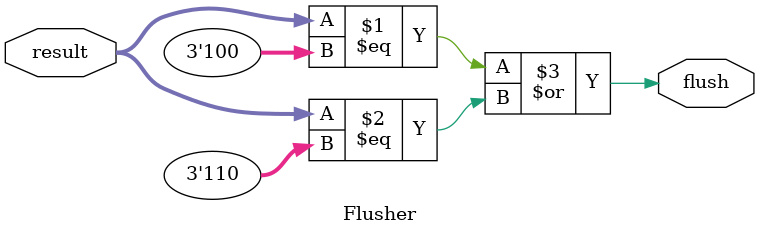
<source format=v>
/*
Module:
    Flusher (Flusher)

Description:
    Based on the result output from the BranchChecker, it will determine if that result necessitates
    a flush to the FD registers. 

Input:
    result: 3'bit signal from the BranchChecker Read BranchChecker.v to know how the result is 
            interpreted.

Output:
    flush: 1-bit signal to say if the FD registers need to be flushed.

Authors:
    Matthew Dharmawan and Reuben Koshy Thomas
*/

module Flusher (
    input [2:0] result,

    output flush
);

assign flush = (result == 3'b100 | result == 3'b110);

endmodule
</source>
